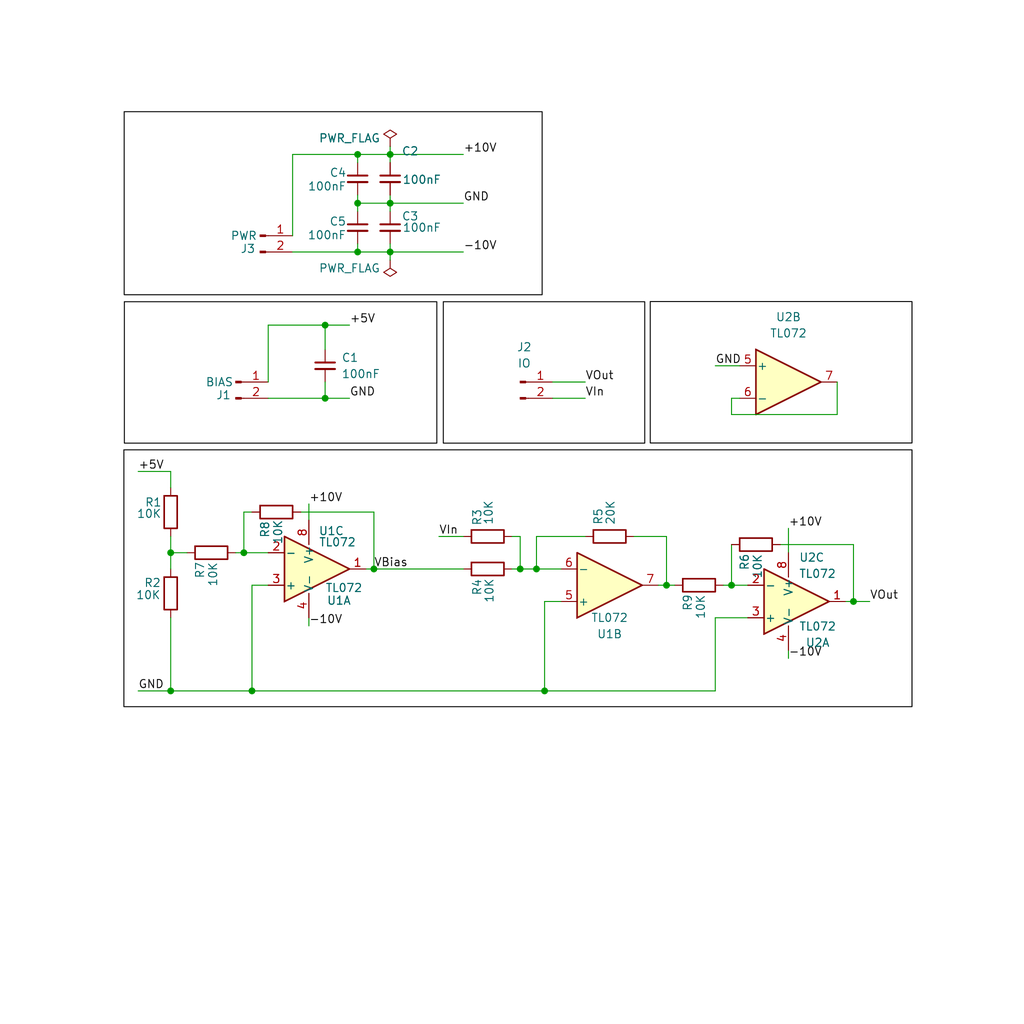
<source format=kicad_sch>
(kicad_sch (version 20230121) (generator eeschema)
  (paper "User" 159.995 159.995)
  (lib_symbols
    (symbol "Amplifier_Operational:TL072" (pin_names (offset 0.127))
      (property "Reference" "U" (at 0 5.08 0))
      (property "Value" "TL072" (at 0 -5.08 0))
      (symbol "TL072_1_1"
        (polyline (pts (xy -5.08 5.08) (xy 5.08 0) (xy -5.08 -5.08) (xy -5.08 5.08)) (stroke (width 0.254)) (fill (type background)))
        (pin output line (at 7.62 0 180) (length 2.54) (name "~") (number "1"))
        (pin input line (at -7.62 -2.54 0) (length 2.54) (name "-") (number "2"))
        (pin input line (at -7.62 2.54 0) (length 2.54) (name "+") (number "3"))
      )
      (symbol "TL072_2_1"
        (polyline (pts (xy -5.08 5.08) (xy 5.08 0) (xy -5.08 -5.08) (xy -5.08 5.08)) (stroke (width 0.254)) (fill (type background)))
        (pin input line (at -7.62 2.54 0) (length 2.54) (name "+") (number "5"))
        (pin input line (at -7.62 -2.54 0) (length 2.54) (name "-") (number "6"))
        (pin output line (at 7.62 0 180) (length 2.54) (name "~") (number "7"))
      )
      (symbol "TL072_3_1"
        (pin power_in line (at -2.54 -7.62 90) (length 3.81) (name "V-") (number "4"))
        (pin power_in line (at -2.54 7.62 270) (length 3.81) (name "V+") (number "8"))
      )
    )
    (symbol "Connector:Conn_01x02_Pin" (pin_names (offset 1.016) hide)
      (property "Reference" "J" (at 0 2.54 0))
      (property "Value" "Conn_01x02_Pin" (at 0 -5.08 0))
      (symbol "Conn_01x02_Pin_1_1"
        (polyline (pts (xy 1.27 -2.54) (xy 0.8636 -2.54)) (stroke (width 0.1524)))
        (polyline (pts (xy 1.27 0) (xy 0.8636 0)) (stroke (width 0.1524)))
        (rectangle (start 0.8636 -2.413) (end 0 -2.667) (stroke (width 0.1524)) (fill (type outline)))
        (rectangle (start 0.8636 0.127) (end 0 -0.127) (stroke (width 0.1524)) (fill (type outline)))
        (pin passive line (at 5.08 0 180) (length 3.81) (name "Pin_1") (number "1"))
        (pin passive line (at 5.08 -2.54 180) (length 3.81) (name "Pin_2") (number "2"))
      )
    )
    (symbol "Device:C_Small" (pin_numbers hide) (pin_names (offset 0.254) hide)
      (property "Reference" "C" (at 0.254 1.778 0))
      (property "Value" "C_Small" (at 0.254 -2.032 0))
      (symbol "C_Small_0_1"
        (polyline (pts (xy -1.524 -0.508) (xy 1.524 -0.508)) (stroke (width 0.3302)))
        (polyline (pts (xy -1.524 0.508) (xy 1.524 0.508)) (stroke (width 0.3048)))
      )
      (symbol "C_Small_1_1"
        (pin passive line (at 0 2.54 270) (length 2.032) (name "~") (number "1"))
        (pin passive line (at 0 -2.54 90) (length 2.032) (name "~") (number "2"))
      )
    )
    (symbol "Device:R" (pin_numbers hide) (pin_names (offset 0))
      (property "Reference" "R" (at 2.032 0 90))
      (property "Value" "R" (at 0 0 90))
      (symbol "R_0_1"
        (rectangle (start -1.016 -2.54) (end 1.016 2.54) (stroke (width 0.254)))
      )
      (symbol "R_1_1"
        (pin passive line (at 0 3.81 270) (length 1.27) (name "~") (number "1"))
        (pin passive line (at 0 -3.81 90) (length 1.27) (name "~") (number "2"))
      )
    )
    (symbol "power:PWR_FLAG" (power) (pin_numbers hide) (pin_names (offset 0) hide)
      (property "Value" "PWR_FLAG" (at 0 3.81 0))
      (symbol "PWR_FLAG_0_0"
        (pin power_out line (at 0 0 90) (length 0) (name "pwr") (number "1"))
      )
      (symbol "PWR_FLAG_0_1"
        (polyline (pts (xy 0 0) (xy 0 1.27) (xy -1.016 1.905) (xy 0 2.54) (xy 1.016 1.905) (xy 0 1.27)))
      )
    )
  )
  (junction (at 58.42 88.9))
  (junction (at 83.82 88.9))
  (junction (at 60.96 24.13))
  (junction (at 85.09 107.95))
  (junction (at 60.96 31.75))
  (junction (at 55.88 31.75))
  (junction (at 104.14 91.44))
  (junction (at 39.37 107.95))
  (junction (at 55.88 24.13))
  (junction (at 50.8 62.23))
  (junction (at 26.67 86.36))
  (junction (at 26.67 107.95))
  (junction (at 60.96 39.37))
  (junction (at 81.28 88.9))
  (junction (at 133.35 93.98))
  (junction (at 114.3 91.44))
  (junction (at 38.1 86.36))
  (junction (at 55.88 39.37))
  (junction (at 50.8 50.8))
  (wire (pts (xy 102.87 91.44) (xy 104.14 91.44)))
  (wire (pts (xy 55.88 24.13) (xy 55.88 25.4)))
  (wire (pts (xy 99.06 83.82) (xy 104.14 83.82)))
  (wire (pts (xy 123.19 101.6) (xy 123.19 102.87)))
  (wire (pts (xy 130.81 64.77) (xy 114.3 64.77)))
  (wire (pts (xy 83.82 88.9) (xy 87.63 88.9)))
  (wire (pts (xy 55.88 31.75) (xy 55.88 33.02)))
  (wire (pts (xy 26.67 88.9) (xy 26.67 86.36)))
  (wire (pts (xy 58.42 88.9) (xy 58.42 80.01)))
  (wire (pts (xy 26.67 107.95) (xy 39.37 107.95)))
  (wire (pts (xy 45.72 39.37) (xy 55.88 39.37)))
  (wire (pts (xy 104.14 83.82) (xy 104.14 91.44)))
  (wire (pts (xy 60.96 24.13) (xy 60.96 25.4)))
  (wire (pts (xy 41.91 62.23) (xy 50.8 62.23)))
  (wire (pts (xy 114.3 62.23) (xy 115.57 62.23)))
  (wire (pts (xy 38.1 80.01) (xy 38.1 86.36)))
  (wire (pts (xy 111.76 96.52) (xy 111.76 107.95)))
  (wire (pts (xy 86.36 62.23) (xy 91.44 62.23)))
  (wire (pts (xy 83.82 83.82) (xy 83.82 88.9)))
  (wire (pts (xy 55.88 38.1) (xy 55.88 39.37)))
  (wire (pts (xy 85.09 107.95) (xy 111.76 107.95)))
  (wire (pts (xy 58.42 80.01) (xy 46.99 80.01)))
  (wire (pts (xy 50.8 62.23) (xy 54.61 62.23)))
  (wire (pts (xy 81.28 88.9) (xy 80.01 88.9)))
  (wire (pts (xy 48.26 78.74) (xy 48.26 81.28)))
  (wire (pts (xy 133.35 93.98) (xy 135.89 93.98)))
  (wire (pts (xy 83.82 83.82) (xy 91.44 83.82)))
  (wire (pts (xy 60.96 24.13) (xy 72.39 24.13)))
  (wire (pts (xy 48.26 96.52) (xy 48.26 97.79)))
  (wire (pts (xy 39.37 107.95) (xy 85.09 107.95)))
  (wire (pts (xy 26.67 73.66) (xy 26.67 76.2)))
  (wire (pts (xy 57.15 88.9) (xy 58.42 88.9)))
  (wire (pts (xy 68.58 83.82) (xy 72.39 83.82)))
  (wire (pts (xy 60.96 22.86) (xy 60.96 24.13)))
  (wire (pts (xy 45.72 24.13) (xy 55.88 24.13)))
  (wire (pts (xy 50.8 50.8) (xy 50.8 54.61)))
  (wire (pts (xy 58.42 88.9) (xy 72.39 88.9)))
  (wire (pts (xy 130.81 59.69) (xy 130.81 64.77)))
  (wire (pts (xy 85.09 93.98) (xy 87.63 93.98)))
  (wire (pts (xy 60.96 31.75) (xy 72.39 31.75)))
  (wire (pts (xy 55.88 24.13) (xy 60.96 24.13)))
  (wire (pts (xy 21.59 107.95) (xy 26.67 107.95)))
  (wire (pts (xy 39.37 91.44) (xy 41.91 91.44)))
  (wire (pts (xy 38.1 86.36) (xy 41.91 86.36)))
  (wire (pts (xy 55.88 39.37) (xy 60.96 39.37)))
  (wire (pts (xy 41.91 50.8) (xy 50.8 50.8)))
  (wire (pts (xy 132.08 93.98) (xy 133.35 93.98)))
  (wire (pts (xy 81.28 83.82) (xy 81.28 88.9)))
  (wire (pts (xy 114.3 64.77) (xy 114.3 62.23)))
  (wire (pts (xy 133.35 85.09) (xy 133.35 93.98)))
  (wire (pts (xy 55.88 30.48) (xy 55.88 31.75)))
  (wire (pts (xy 21.59 73.66) (xy 26.67 73.66)))
  (wire (pts (xy 60.96 39.37) (xy 60.96 40.64)))
  (wire (pts (xy 60.96 38.1) (xy 60.96 39.37)))
  (wire (pts (xy 113.03 91.44) (xy 114.3 91.44)))
  (wire (pts (xy 133.35 85.09) (xy 121.92 85.09)))
  (wire (pts (xy 81.28 88.9) (xy 83.82 88.9)))
  (wire (pts (xy 114.3 85.09) (xy 114.3 91.44)))
  (wire (pts (xy 111.76 96.52) (xy 116.84 96.52)))
  (wire (pts (xy 50.8 50.8) (xy 54.61 50.8)))
  (wire (pts (xy 41.91 59.69) (xy 41.91 50.8)))
  (wire (pts (xy 60.96 31.75) (xy 60.96 33.02)))
  (wire (pts (xy 55.88 31.75) (xy 60.96 31.75)))
  (wire (pts (xy 114.3 91.44) (xy 116.84 91.44)))
  (wire (pts (xy 26.67 96.52) (xy 26.67 107.95)))
  (wire (pts (xy 38.1 80.01) (xy 39.37 80.01)))
  (wire (pts (xy 60.96 39.37) (xy 72.39 39.37)))
  (wire (pts (xy 60.96 30.48) (xy 60.96 31.75)))
  (wire (pts (xy 26.67 83.82) (xy 26.67 86.36)))
  (wire (pts (xy 85.09 93.98) (xy 85.09 107.95)))
  (wire (pts (xy 104.14 91.44) (xy 105.41 91.44)))
  (wire (pts (xy 111.76 57.15) (xy 115.57 57.15)))
  (wire (pts (xy 26.67 86.36) (xy 29.21 86.36)))
  (wire (pts (xy 50.8 59.69) (xy 50.8 62.23)))
  (wire (pts (xy 123.19 82.55) (xy 123.19 86.36)))
  (wire (pts (xy 80.01 83.82) (xy 81.28 83.82)))
  (wire (pts (xy 36.83 86.36) (xy 38.1 86.36)))
  (wire (pts (xy 45.72 24.13) (xy 45.72 36.83)))
  (wire (pts (xy 86.36 59.69) (xy 91.44 59.69)))
  (wire (pts (xy 39.37 91.44) (xy 39.37 107.95)))
  (rectangle (start 69.2658 47.1424) (end 100.7364 69.2404) (stroke (width 0) (color 0 0 0 1)))
  (rectangle (start 101.6 47.117) (end 142.494 69.215) (stroke (width 0) (color 0 0 0 1)))
  (rectangle (start 19.4056 17.4498) (end 84.709 46.0502) (stroke (width 0) (color 0 0 0 1)))
  (rectangle (start 19.431 47.1424) (end 68.2498 69.2404) (stroke (width 0) (color 0 0 0 1)))
  (rectangle (start 19.3548 70.2818) (end 142.494 110.4138) (stroke (width 0) (color 0 0 0 1)))
  (label "-10V" (at 48.26 97.79 0))
  (label "+5V" (at 21.59 73.66 0))
  (label "GND" (at 21.59 107.95 0))
  (label "+10V" (at 72.39 24.13 0))
  (label "-10V" (at 72.39 39.37 0))
  (label "VOut" (at 135.89 93.98 0))
  (label "GND" (at 111.76 57.15 0))
  (label "GND" (at 72.39 31.75 0))
  (label "VBias" (at 58.42 88.9 0))
  (label "+5V" (at 54.61 50.8 0))
  (label "VOut" (at 91.44 59.69 0))
  (label "+10V" (at 48.26 78.74 0))
  (label "-10V" (at 123.19 102.87 0))
  (label "+10V" (at 123.19 82.55 0))
  (label "VIn" (at 68.58 83.82 0))
  (label "GND" (at 54.61 62.23 0))
  (label "VIn" (at 91.44 62.23 0))
  (symbol (lib_id "Device:R") (at 109.22 91.44 90) (unit 1)
    (property "Reference" "R9" (at 107.442 95.504 0) (effects (justify left)))
    (property "Value" "10K" (at 109.474 96.774 0) (effects (justify left)))
    (property "Footprint" "Resistor_THT:R_Axial_DIN0207_L6.3mm_D2.5mm_P7.62mm_Horizontal" (effects hide))
  )
  (symbol (lib_id "Amplifier_Operational:TL072") (at 50.8 88.9 0) (unit 3)
    (property "Reference" "U1" (at 49.7586 82.9564 0) (effects (justify left)))
    (property "Value" "TL072" (at 49.8094 84.709 0) (effects (justify left)))
    (property "Datasheet" "http://www.ti.com/lit/ds/symlink/tl071.pdf" (effects hide))
  )
  (symbol (lib_id "Device:R") (at 118.11 85.09 90) (unit 1)
    (property "Reference" "R6" (at 116.332 89.154 0) (effects (justify left)))
    (property "Value" "10K" (at 118.364 90.424 0) (effects (justify left)))
    (property "Footprint" "Resistor_THT:R_Axial_DIN0207_L6.3mm_D2.5mm_P7.62mm_Horizontal" (effects hide))
  )
  (symbol (lib_id "Amplifier_Operational:TL072") (at 125.73 93.98 0) (unit 3)
    (property "Reference" "U2" (at 124.8156 87.0966 0) (effects (justify left)))
    (property "Value" "TL072" (at 124.8156 89.6366 0) (effects (justify left)))
    (property "Datasheet" "http://www.ti.com/lit/ds/symlink/tl071.pdf" (effects hide))
  )
  (symbol (lib_id "Device:C_Small") (at 50.8 57.15 0) (unit 1)
    (property "Reference" "C1" (at 53.34 55.8863 0) (effects (justify left)))
    (property "Value" "100nF" (at 53.34 58.4263 0) (effects (justify left)))
    (property "Footprint" "Capacitor_THT:C_Disc_D5.1mm_W3.2mm_P5.00mm" (effects hide))
  )
  (symbol (lib_id "Device:C_Small") (at 55.88 35.56 0) (unit 1)
    (property "Reference" "C5" (at 51.435 34.5948 0) (effects (justify left)))
    (property "Value" "100nF" (at 48.0314 36.7284 0) (effects (justify left)))
    (property "Footprint" "Capacitor_THT:C_Disc_D5.1mm_W3.2mm_P5.00mm" (effects hide))
  )
  (symbol (lib_id "power:PWR_FLAG") (at 60.96 40.64 0) (mirror x) (unit 1)
    (property "Reference" "#FLG02" (effects hide))
    (property "Value" "PWR_FLAG" (at 54.61 41.91 0))
  )
  (symbol (lib_id "Device:C_Small") (at 60.96 27.94 0) (unit 1)
    (property "Reference" "C2" (at 62.738 23.622 0) (effects (justify left)))
    (property "Value" "100nF" (at 62.865 28.067 0) (effects (justify left)))
    (property "Footprint" "Capacitor_THT:C_Disc_D5.1mm_W3.2mm_P5.00mm" (effects hide))
  )
  (symbol (lib_id "Device:R") (at 76.2 88.9 90) (unit 1)
    (property "Reference" "R4" (at 74.549 93.091 0) (effects (justify left)))
    (property "Value" "10K" (at 76.454 94.234 0) (effects (justify left)))
    (property "Footprint" "Resistor_THT:R_Axial_DIN0207_L6.3mm_D2.5mm_P7.62mm_Horizontal" (effects hide))
  )
  (symbol (lib_id "Amplifier_Operational:TL072") (at 123.19 59.69 0) (unit 2)
    (property "Reference" "U2" (at 123.19 49.53 0))
    (property "Value" "TL072" (at 123.19 52.07 0))
    (property "Datasheet" "http://www.ti.com/lit/ds/symlink/tl071.pdf" (effects hide))
  )
  (symbol (lib_id "Amplifier_Operational:TL072") (at 49.53 88.9 0) (mirror x) (unit 1)
    (property "Reference" "U1" (at 52.959 93.8276 0))
    (property "Value" "TL072" (at 53.7464 91.8464 0))
    (property "Footprint" "Package_DIP:DIP-8_W7.62mm_Socket_LongPads" (effects hide))
    (property "Datasheet" "http://www.ti.com/lit/ds/symlink/tl071.pdf" (effects hide))
  )
  (symbol (lib_id "Device:R") (at 33.02 86.36 90) (unit 1)
    (property "Reference" "R7" (at 31.242 90.424 0) (effects (justify left)))
    (property "Value" "10K" (at 33.274 91.694 0) (effects (justify left)))
    (property "Footprint" "Resistor_THT:R_Axial_DIN0207_L6.3mm_D2.5mm_P7.62mm_Horizontal" (effects hide))
  )
  (symbol (lib_id "Connector:Conn_01x02_Pin") (at 36.83 59.69 0) (unit 1)
    (property "Reference" "J1" (at 34.925 61.722 0))
    (property "Value" "BIAS" (at 34.29 59.69 0))
    (property "Footprint" "Connector_PinHeader_2.54mm:PinHeader_1x02_P2.54mm_Vertical" (effects hide))
  )
  (symbol (lib_id "Device:C_Small") (at 60.96 35.56 0) (unit 1)
    (property "Reference" "C3" (at 62.738 33.782 0) (effects (justify left)))
    (property "Value" "100nF" (at 62.865 35.56 0) (effects (justify left)))
    (property "Footprint" "Capacitor_THT:C_Disc_D5.1mm_W3.2mm_P5.00mm" (effects hide))
  )
  (symbol (lib_id "power:PWR_FLAG") (at 60.96 22.86 0) (unit 1)
    (property "Reference" "#FLG01" (effects hide))
    (property "Value" "PWR_FLAG" (at 54.61 21.59 0))
  )
  (symbol (lib_id "Connector:Conn_01x02_Pin") (at 81.28 59.69 0) (unit 1)
    (property "Reference" "J2" (at 81.915 54.229 0))
    (property "Value" "IO" (at 81.915 56.769 0))
    (property "Footprint" "Connector_PinHeader_2.54mm:PinHeader_1x02_P2.54mm_Vertical" (effects hide))
  )
  (symbol (lib_id "Device:R") (at 43.18 80.01 90) (unit 1)
    (property "Reference" "R8" (at 41.402 84.074 0) (effects (justify left)))
    (property "Value" "10K" (at 43.434 85.09 0) (effects (justify left)))
    (property "Footprint" "Resistor_THT:R_Axial_DIN0207_L6.3mm_D2.5mm_P7.62mm_Horizontal" (effects hide))
  )
  (symbol (lib_id "Amplifier_Operational:TL072") (at 95.25 91.44 0) (mirror x) (unit 2)
    (property "Reference" "U1" (at 95.25 99.06 0))
    (property "Value" "TL072" (at 95.25 96.52 0))
    (property "Datasheet" "http://www.ti.com/lit/ds/symlink/tl071.pdf" (effects hide))
  )
  (symbol (lib_id "Connector:Conn_01x02_Pin") (at 40.64 36.83 0) (unit 1)
    (property "Reference" "J3" (at 38.735 38.862 0))
    (property "Value" "PWR" (at 38.1 36.83 0))
    (property "Footprint" "Connector_PinHeader_2.54mm:PinHeader_1x02_P2.54mm_Vertical" (effects hide))
  )
  (symbol (lib_id "Device:C_Small") (at 55.88 27.94 0) (unit 1)
    (property "Reference" "C4" (at 51.4604 26.9748 0) (effects (justify left)))
    (property "Value" "100nF" (at 48.0568 29.1084 0) (effects (justify left)))
    (property "Footprint" "Capacitor_THT:C_Disc_D5.1mm_W3.2mm_P5.00mm" (effects hide))
  )
  (symbol (lib_id "Device:R") (at 26.67 80.01 0) (unit 1)
    (property "Reference" "R1" (at 22.606 78.486 0) (effects (justify left)))
    (property "Value" "10K" (at 21.336 80.264 0) (effects (justify left)))
    (property "Footprint" "Resistor_THT:R_Axial_DIN0207_L6.3mm_D2.5mm_P7.62mm_Horizontal" (effects hide))
  )
  (symbol (lib_id "Device:R") (at 76.2 83.82 90) (unit 1)
    (property "Reference" "R3" (at 74.549 82.169 0) (effects (justify left)))
    (property "Value" "10K" (at 76.327 82.042 0) (effects (justify left)))
    (property "Footprint" "Resistor_THT:R_Axial_DIN0207_L6.3mm_D2.5mm_P7.62mm_Horizontal" (effects hide))
  )
  (symbol (lib_id "Amplifier_Operational:TL072") (at 124.46 93.98 0) (mirror x) (unit 1)
    (property "Reference" "U2" (at 127.762 100.4062 0))
    (property "Value" "TL072" (at 127.762 97.8662 0))
    (property "Footprint" "Package_DIP:DIP-8_W7.62mm_Socket_LongPads" (effects hide))
    (property "Datasheet" "http://www.ti.com/lit/ds/symlink/tl071.pdf" (effects hide))
  )
  (symbol (lib_id "Device:R") (at 26.67 92.71 0) (unit 1)
    (property "Reference" "R2" (at 22.479 91.059 0) (effects (justify left)))
    (property "Value" "10K" (at 21.209 92.964 0) (effects (justify left)))
    (property "Footprint" "Resistor_THT:R_Axial_DIN0207_L6.3mm_D2.5mm_P7.62mm_Horizontal" (effects hide))
  )
  (symbol (lib_id "Device:R") (at 95.25 83.82 90) (unit 1)
    (property "Reference" "R5" (at 93.472 82.042 0) (effects (justify left)))
    (property "Value" "20K" (at 95.377 82.042 0) (effects (justify left)))
    (property "Footprint" "Resistor_THT:R_Axial_DIN0207_L6.3mm_D2.5mm_P7.62mm_Horizontal" (effects hide))
  )
)
</source>
